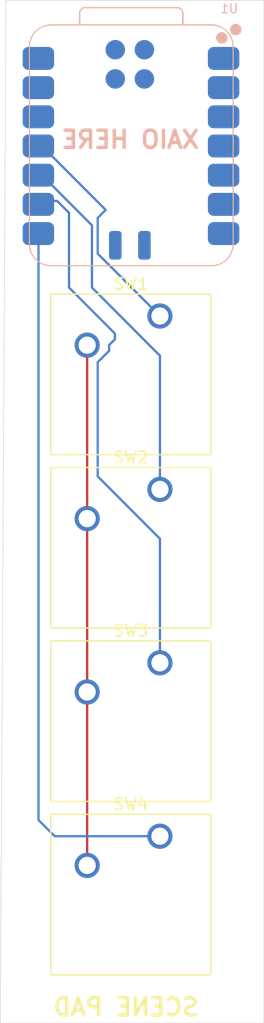
<source format=kicad_pcb>
(kicad_pcb (version 20240108) (generator "pcbnew") (generator_version "8.0")
  (layers (0 "F.Cu" signal) (31 "B.Cu" signal) (34 "B.Paste" user) (35 "F.Paste" user) (36 "B.SilkS" user "B.Silkscreen") (37 "F.SilkS" user "F.Silkscreen") (38 "B.Mask" user) (39 "F.Mask" user) (44 "Edge.Cuts" user))
  (net 0 "")
  (net 1 "GND")
  (net 2 "Net-(U1-PA6_A10_D10_MOSI)")
  (net 3 "Net-(U1-PA5_A9_D9_MISO)")
  (net 4 "Net-(U1-PA7_A8_D8_SCK)")
  (net 5 "Net-(U1-PB09_A7_D7_RX)")
  (footprint "Button_Switch_Keyboard:SW_Cherry_MX_1.00u_PCB" (layer "F.Cu") (at 132.430988 105.1542)
    (property "Reference" "SW3" (at -2.54 -2.794 0) (layer "F.SilkS"))
    (property "Value" "SW_Push")
    (fp_line (start -9.525 -1.905) (end 4.445 -1.905) (stroke (width 0.12)) (layer "F.SilkS"))
    (fp_line (start -9.525 12.065) (end -9.525 -1.905) (stroke (width 0.12)) (layer "F.SilkS"))
    (fp_line (start 4.445 -1.905) (end 4.445 12.065) (stroke (width 0.12)) (layer "F.SilkS"))
    (fp_line (start 4.445 12.065) (end -9.525 12.065) (stroke (width 0.12)) (layer "F.SilkS"))
    (pad "" np_thru_hole circle (at -7.62 5.08) (size 1.7 1.7) (drill 1.7) (layers "*.Cu" "*.Mask"))
    (pad "" np_thru_hole circle (at -2.54 5.08) (size 4 4) (drill 4) (layers "*.Cu" "*.Mask"))
    (pad "" np_thru_hole circle (at 2.54 5.08) (size 1.7 1.7) (drill 1.7) (layers "*.Cu" "*.Mask"))
    (pad "1" thru_hole circle (at 0 0) (size 2.2 2.2) (drill 1.5) (layers "*.Cu" "*.Mask") (net 4 "Net-(U1-PA7_A8_D8_SCK)"))
    (pad "2" thru_hole circle (at -6.35 2.54) (size 2.2 2.2) (drill 1.5) (layers "*.Cu" "*.Mask") (net 1 "GND"))
  )
  (footprint "Button_Switch_Keyboard:SW_Cherry_MX_1.00u_PCB" (layer "F.Cu") (at 132.430988 90.0642)
    (property "Reference" "SW2" (at -2.54 -2.794 0) (layer "F.SilkS"))
    (property "Value" "SW_Push")
    (fp_line (start -9.525 -1.905) (end 4.445 -1.905) (stroke (width 0.12)) (layer "F.SilkS"))
    (fp_line (start -9.525 12.065) (end -9.525 -1.905) (stroke (width 0.12)) (layer "F.SilkS"))
    (fp_line (start 4.445 -1.905) (end 4.445 12.065) (stroke (width 0.12)) (layer "F.SilkS"))
    (fp_line (start 4.445 12.065) (end -9.525 12.065) (stroke (width 0.12)) (layer "F.SilkS"))
    (pad "" np_thru_hole circle (at -7.62 5.08) (size 1.7 1.7) (drill 1.7) (layers "*.Cu" "*.Mask"))
    (pad "" np_thru_hole circle (at -2.54 5.08) (size 4 4) (drill 4) (layers "*.Cu" "*.Mask"))
    (pad "" np_thru_hole circle (at 2.54 5.08) (size 1.7 1.7) (drill 1.7) (layers "*.Cu" "*.Mask"))
    (pad "1" thru_hole circle (at 0 0) (size 2.2 2.2) (drill 1.5) (layers "*.Cu" "*.Mask") (net 3 "Net-(U1-PA5_A9_D9_MISO)"))
    (pad "2" thru_hole circle (at -6.35 2.54) (size 2.2 2.2) (drill 1.5) (layers "*.Cu" "*.Mask") (net 1 "GND"))
  )
  (footprint "Button_Switch_Keyboard:SW_Cherry_MX_1.00u_PCB" (layer "F.Cu") (at 132.430988 74.9742)
    (property "Reference" "SW1" (at -2.54 -2.794 0) (layer "F.SilkS"))
    (property "Value" "SW_Push")
    (fp_line (start -9.525 -1.905) (end 4.445 -1.905) (stroke (width 0.12)) (layer "F.SilkS"))
    (fp_line (start -9.525 12.065) (end -9.525 -1.905) (stroke (width 0.12)) (layer "F.SilkS"))
    (fp_line (start 4.445 -1.905) (end 4.445 12.065) (stroke (width 0.12)) (layer "F.SilkS"))
    (fp_line (start 4.445 12.065) (end -9.525 12.065) (stroke (width 0.12)) (layer "F.SilkS"))
    (pad "" np_thru_hole circle (at -7.62 5.08) (size 1.7 1.7) (drill 1.7) (layers "*.Cu" "*.Mask"))
    (pad "" np_thru_hole circle (at -2.54 5.08) (size 4 4) (drill 4) (layers "*.Cu" "*.Mask"))
    (pad "" np_thru_hole circle (at 2.54 5.08) (size 1.7 1.7) (drill 1.7) (layers "*.Cu" "*.Mask"))
    (pad "1" thru_hole circle (at 0 0) (size 2.2 2.2) (drill 1.5) (layers "*.Cu" "*.Mask") (net 2 "Net-(U1-PA6_A10_D10_MOSI)"))
    (pad "2" thru_hole circle (at -6.35 2.54) (size 2.2 2.2) (drill 1.5) (layers "*.Cu" "*.Mask") (net 1 "GND"))
  )
  (footprint "Button_Switch_Keyboard:SW_Cherry_MX_1.00u_PCB" (layer "F.Cu") (at 132.430988 120.2442)
    (property "Reference" "SW4" (at -2.54 -2.794 0) (layer "F.SilkS"))
    (property "Value" "SW_Push")
    (fp_line (start -9.525 -1.905) (end 4.445 -1.905) (stroke (width 0.12)) (layer "F.SilkS"))
    (fp_line (start -9.525 12.065) (end -9.525 -1.905) (stroke (width 0.12)) (layer "F.SilkS"))
    (fp_line (start 4.445 -1.905) (end 4.445 12.065) (stroke (width 0.12)) (layer "F.SilkS"))
    (fp_line (start 4.445 12.065) (end -9.525 12.065) (stroke (width 0.12)) (layer "F.SilkS"))
    (pad "" np_thru_hole circle (at -7.62 5.08) (size 1.7 1.7) (drill 1.7) (layers "*.Cu" "*.Mask"))
    (pad "" np_thru_hole circle (at -2.54 5.08) (size 4 4) (drill 4) (layers "*.Cu" "*.Mask"))
    (pad "" np_thru_hole circle (at 2.54 5.08) (size 1.7 1.7) (drill 1.7) (layers "*.Cu" "*.Mask"))
    (pad "1" thru_hole circle (at 0 0) (size 2.2 2.2) (drill 1.5) (layers "*.Cu" "*.Mask") (net 5 "Net-(U1-PB09_A7_D7_RX)"))
    (pad "2" thru_hole circle (at -6.35 2.54) (size 2.2 2.2) (drill 1.5) (layers "*.Cu" "*.Mask") (net 1 "GND"))
  )
  (footprint "Seeed Studio XIAO Series Library:XIAO-SAMD21-SMD" (layer "B.Cu") (at 138.822994 70.6804 180)
    (property "Reference" "U1" (at -0.5 22 0) (layer "B.SilkS") (effects (font (size 0.78232 0.78232) (thickness 0.10668)) (justify left bottom mirror)))
    (property "Value" "XIAO-SAMD21-SMD")
    (fp_line (start 17.781 19.1323) (end 17.781 1.9873) (stroke (width 0.1)) (layer "B.SilkS"))
    (fp_line (start 15.876 0.0823) (end 1.906 0.0823) (stroke (width 0.1)) (layer "B.SilkS"))
    (fp_line (start 13.395 21.0373) (end 13.395 22.0473) (stroke (width 0.127)) (layer "B.SilkS"))
    (fp_line (start 12.895 22.5473) (end 4.899728 22.5473) (stroke (width 0.127)) (layer "B.SilkS"))
    (fp_line (start 4.399728 22.047572) (end 4.396 21.0373) (stroke (width 0.127)) (layer "B.SilkS"))
    (fp_line (start 1.906 21.0373) (end 15.876 21.0373) (stroke (width 0.1)) (layer "B.SilkS"))
    (fp_line (start 1.906 21.0373) (end 15.876 21.0373) (stroke (width 0.1)) (layer "B.SilkS"))
    (fp_line (start 0.001 19.1323) (end 0.001 1.9873) (stroke (width 0.1)) (layer "B.SilkS"))
    (fp_arc (start 17.781 19.1323) (mid 17.223038 20.479338) (end 15.876 21.0373) (stroke (width 0.1)) (layer "B.SilkS"))
    (fp_arc (start 15.876 0.0823) (mid 17.223038 0.640262) (end 17.781 1.9873) (stroke (width 0.1)) (layer "B.SilkS"))
    (fp_arc (start 13.395 22.0473) (mid 13.248553 22.400853) (end 12.895 22.5473) (stroke (width 0.127)) (layer "B.SilkS"))
    (fp_arc (start 4.899728 22.5473) (mid 4.546278 22.400943) (end 4.399728 22.047572) (stroke (width 0.127)) (layer "B.SilkS"))
    (fp_arc (start 1.906 21.0413) (mid 0.558969 20.483331) (end 0.001 19.1363) (stroke (width 0.1)) (layer "B.SilkS"))
    (fp_arc (start 0.001 1.9873) (mid 0.558962 0.640262) (end 1.906 0.0823) (stroke (width 0.1)) (layer "B.SilkS"))
    (fp_circle (center 0.991988 19.910312) (end 0.991988 20.164312) (stroke (width 0.5)) (fill solid) (layer "B.SilkS"))
    (fp_circle (center -0.225012 20.633312) (end -0.225012 20.887312) (stroke (width 0.5)) (fill solid) (layer "B.SilkS"))
    (pad "1" smd roundrect (at 0.835 18.12 180) (size 2.75 2) (layers "B.Cu" "B.Paste" "B.Mask"))
    (pad "2" smd roundrect (at 0.835 15.58 180) (size 2.75 2) (layers "B.Cu" "B.Paste" "B.Mask"))
    (pad "3" smd roundrect (at 0.835 13.04 180) (size 2.75 2) (layers "B.Cu" "B.Paste" "B.Mask"))
    (pad "4" smd roundrect (at 0.835 10.5 180) (size 2.75 2) (layers "B.Cu" "B.Paste" "B.Mask"))
    (pad "5" smd roundrect (at 0.835 7.96 180) (size 2.75 2) (layers "B.Cu" "B.Paste" "B.Mask"))
    (pad "6" smd roundrect (at 0.835 5.42 180) (size 2.75 2) (layers "B.Cu" "B.Paste" "B.Mask"))
    (pad "7" smd roundrect (at 0.835 2.88 180) (size 2.75 2) (layers "B.Cu" "B.Paste" "B.Mask"))
    (pad "8" smd roundrect (at 17 2.88 180) (size 2.75 2) (layers "B.Cu" "B.Paste" "B.Mask") (net 5 "Net-(U1-PB09_A7_D7_RX)"))
    (pad "9" smd roundrect (at 17 5.42 180) (size 2.75 2) (layers "B.Cu" "B.Paste" "B.Mask") (net 4 "Net-(U1-PA7_A8_D8_SCK)"))
    (pad "10" smd roundrect (at 17 7.96 180) (size 2.75 2) (layers "B.Cu" "B.Paste" "B.Mask") (net 3 "Net-(U1-PA5_A9_D9_MISO)"))
    (pad "11" smd roundrect (at 17 10.5 180) (size 2.75 2) (layers "B.Cu" "B.Paste" "B.Mask") (net 2 "Net-(U1-PA6_A10_D10_MOSI)"))
    (pad "12" smd roundrect (at 17 13.04 180) (size 2.75 2) (layers "B.Cu" "B.Paste" "B.Mask"))
    (pad "13" smd roundrect (at 17 15.58 180) (size 2.75 2) (layers "B.Cu" "B.Paste" "B.Mask") (net 1 "GND"))
    (pad "14" smd roundrect (at 17 18.12 180) (size 2.75 2) (layers "B.Cu" "B.Paste" "B.Mask"))
    (pad "15" smd roundrect (at 7.747 1.8603 90) (size 2.5 1.1) (layers "B.Cu" "B.Paste" "B.Mask"))
    (pad "16" smd roundrect (at 10.287 1.8603 90) (size 2.5 1.1) (layers "B.Cu" "B.Paste" "B.Mask"))
    (pad "17" smd circle (at 7.747 18.8783 180) (size 1.7 1.7) (layers "B.Cu" "B.Paste" "B.Mask"))
    (pad "18" smd circle (at 10.287 18.8783 180) (size 1.7 1.7) (layers "B.Cu" "B.Paste" "B.Mask"))
    (pad "19" smd circle (at 7.747 16.3383 180) (size 1.7 1.7) (layers "B.Cu" "B.Paste" "B.Mask"))
    (pad "20" smd circle (at 10.287 16.3383 180) (size 1.7 1.7) (layers "B.Cu" "B.Paste" "B.Mask"))
  )
  (gr_line (start 141.5 47.5) (end 141.5 136.5) (stroke (width 0.05)) (layer "Edge.Cuts"))
  (gr_line (start 141.5 136.5) (end 118.5 136.5) (stroke (width 0.05)) (layer "Edge.Cuts"))
  (gr_line (start 119 47.5) (end 141.5 47.5) (stroke (width 0.05)) (layer "Edge.Cuts"))
  (gr_line (start 118.5 136.5) (end 119 47.5) (stroke (width 0.05)) (layer "Edge.Cuts"))
  (gr_text "XAIO HERE" (at 136 60.5 0) (layer "B.SilkS") (effects (font (size 1.5 1.5) (thickness 0.3) (bold yes)) (justify left bottom mirror)))
  (gr_text "SCENE PAD" (at 136 136 0) (layer "F.SilkS") (effects (font (size 1.5 1.5) (thickness 0.3) (bold yes)) (justify left bottom mirror)))
  (segment (start 126.080988 107.6942) (end 126.080988 122.7842) (width 0.2) (layer "F.Cu") (net 1))
  (segment (start 126.080988 77.5142) (end 126.080988 92.6042) (width 0.2) (layer "F.Cu") (net 1))
  (segment (start 126.080988 92.6042) (end 126.080988 107.6942) (width 0.2) (layer "F.Cu") (net 1))
  (segment (start 132.430988 74.9742) (end 127 69.543212) (width 0.2) (layer "B.Cu") (net 2))
  (segment (start 127 66.4393) (end 127.698 65.7413) (width 0.2) (layer "B.Cu") (net 2))
  (segment (start 127 69.543212) (end 127 66.4393) (width 0.2) (layer "B.Cu") (net 2))
  (segment (start 127.698 65.7413) (end 121.835 59.8783) (width 0.2) (layer "B.Cu") (net 2))
  (segment (start 132.430988 78.430988) (end 126.5 72.5) (width 0.2) (layer "B.Cu") (net 3))
  (segment (start 126.5 67.0833) (end 121.835 62.4183) (width 0.2) (layer "B.Cu") (net 3))
  (segment (start 132.430988 90.0642) (end 132.430988 78.430988) (width 0.2) (layer "B.Cu") (net 3))
  (segment (start 126.5 72.5) (end 126.5 67.0833) (width 0.2) (layer "B.Cu") (net 3))
  (segment (start 128 78) (end 127 79) (width 0.2) (layer "B.Cu") (net 4))
  (segment (start 123.4583 64.9583) (end 124.5 66) (width 0.2) (layer "B.Cu") (net 4))
  (segment (start 124.5 66) (end 124.5 72.5) (width 0.2) (layer "B.Cu") (net 4))
  (segment (start 128 77.5) (end 128 78) (width 0.2) (layer "B.Cu") (net 4))
  (segment (start 124.5 72.5) (end 128.5 76.5) (width 0.2) (layer "B.Cu") (net 4))
  (segment (start 132.430988 94.360798) (end 132.430988 105.1542) (width 0.2) (layer "B.Cu") (net 4))
  (segment (start 128.5 77) (end 128 77.5) (width 0.2) (layer "B.Cu") (net 4))
  (segment (start 127 79) (end 127 88.92981) (width 0.2) (layer "B.Cu") (net 4))
  (segment (start 127 88.92981) (end 132.430988 94.360798) (width 0.2) (layer "B.Cu") (net 4))
  (segment (start 121.835 64.9583) (end 123.4583 64.9583) (width 0.2) (layer "B.Cu") (net 4))
  (segment (start 128.5 76.5) (end 128.5 77) (width 0.2) (layer "B.Cu") (net 4))
  (segment (start 123.2442 120.2442) (end 132.430988 120.2442) (width 0.2) (layer "B.Cu") (net 5))
  (segment (start 121.835 67.4983) (end 121.835 118.835) (width 0.2) (layer "B.Cu") (net 5))
  (segment (start 121.835 118.835) (end 123.2442 120.2442) (width 0.2) (layer "B.Cu") (net 5))
)
</source>
